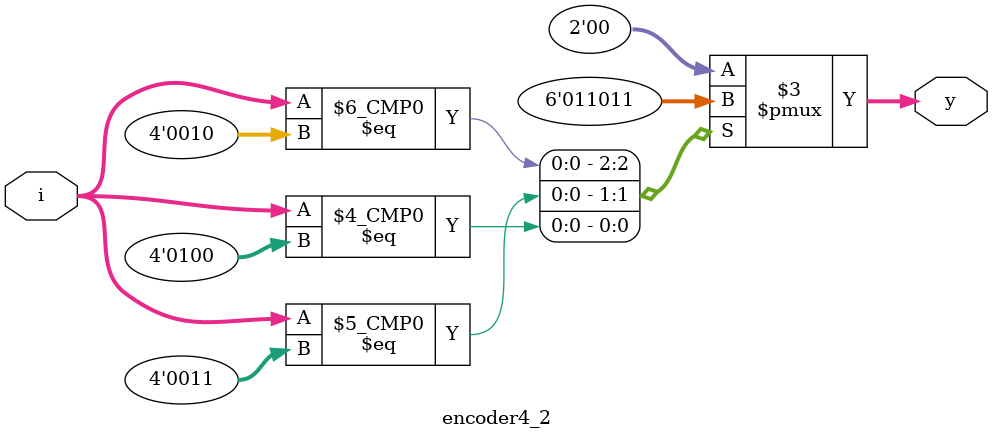
<source format=v>
module encoder4_2(input[3:0]i, output reg[1:0]y);
always@(*)begin
    case(i)
    4'b0001 : y = 2'b00 ;
    4'b0010 : y = 2'b01 ;
    4'b0011 : y = 2'b10 ;
    4'b0100 : y = 2'b11 ;
    default:y=2'b00;
    endcase
end
endmodule

</source>
